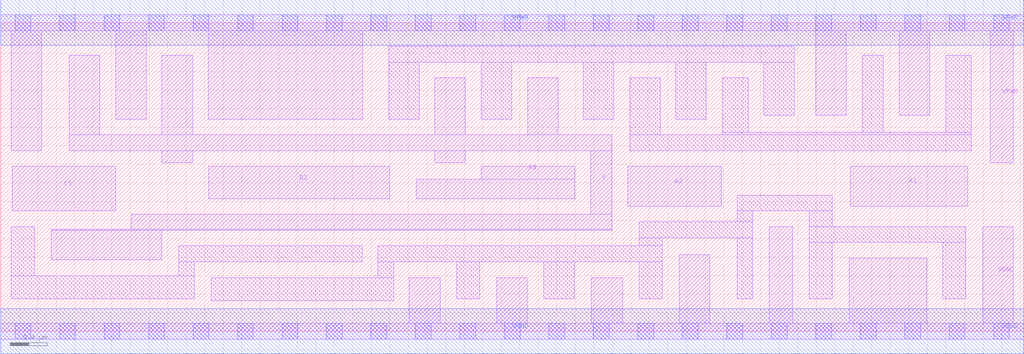
<source format=lef>
# Copyright 2020 The SkyWater PDK Authors
#
# Licensed under the Apache License, Version 2.0 (the "License");
# you may not use this file except in compliance with the License.
# You may obtain a copy of the License at
#
#     https://www.apache.org/licenses/LICENSE-2.0
#
# Unless required by applicable law or agreed to in writing, software
# distributed under the License is distributed on an "AS IS" BASIS,
# WITHOUT WARRANTIES OR CONDITIONS OF ANY KIND, either express or implied.
# See the License for the specific language governing permissions and
# limitations under the License.
#
# SPDX-License-Identifier: Apache-2.0

VERSION 5.7 ;
  NAMESCASESENSITIVE ON ;
  NOWIREEXTENSIONATPIN ON ;
  DIVIDERCHAR "/" ;
  BUSBITCHARS "[]" ;
UNITS
  DATABASE MICRONS 200 ;
END UNITS
MACRO sky130_fd_sc_ms__o311ai_4
  CLASS CORE ;
  SOURCE USER ;
  FOREIGN sky130_fd_sc_ms__o311ai_4 ;
  ORIGIN  0.000000  0.000000 ;
  SIZE  11.04000 BY  3.330000 ;
  SYMMETRY X Y ;
  SITE unit ;
  PIN A1
    ANTENNAGATEAREA  1.250400 ;
    DIRECTION INPUT ;
    USE SIGNAL ;
    PORT
      LAYER li1 ;
        RECT 9.165000 1.350000 10.435000 1.780000 ;
    END
  END A1
  PIN A2
    ANTENNAGATEAREA  1.250400 ;
    DIRECTION INPUT ;
    USE SIGNAL ;
    PORT
      LAYER li1 ;
        RECT 6.765000 1.350000 7.775000 1.780000 ;
    END
  END A2
  PIN A3
    ANTENNAGATEAREA  1.250400 ;
    DIRECTION INPUT ;
    USE SIGNAL ;
    PORT
      LAYER li1 ;
        RECT 4.485000 1.430000 6.195000 1.640000 ;
        RECT 5.185000 1.640000 6.195000 1.780000 ;
    END
  END A3
  PIN B1
    ANTENNAGATEAREA  0.847200 ;
    DIRECTION INPUT ;
    USE SIGNAL ;
    PORT
      LAYER li1 ;
        RECT 2.245000 1.430000 4.195000 1.780000 ;
    END
  END B1
  PIN C1
    ANTENNAGATEAREA  0.847200 ;
    DIRECTION INPUT ;
    USE SIGNAL ;
    PORT
      LAYER li1 ;
        RECT 0.125000 1.300000 1.240000 1.780000 ;
    END
  END C1
  PIN Y
    ANTENNADIFFAREA  2.137300 ;
    DIRECTION OUTPUT ;
    USE SIGNAL ;
    PORT
      LAYER li1 ;
        RECT 0.545000 0.770000 1.740000 1.090000 ;
        RECT 0.545000 1.090000 6.595000 1.100000 ;
        RECT 0.740000 1.950000 6.595000 2.120000 ;
        RECT 0.740000 2.120000 1.070000 2.980000 ;
        RECT 1.410000 1.100000 6.595000 1.260000 ;
        RECT 1.740000 1.820000 2.070000 1.950000 ;
        RECT 1.740000 2.120000 2.070000 2.980000 ;
        RECT 4.685000 1.820000 5.015000 1.950000 ;
        RECT 4.685000 2.120000 5.015000 2.735000 ;
        RECT 5.685000 2.120000 6.015000 2.735000 ;
        RECT 6.365000 1.260000 6.595000 1.950000 ;
    END
  END Y
  PIN VGND
    DIRECTION INOUT ;
    USE GROUND ;
    PORT
      LAYER li1 ;
        RECT  0.000000 -0.085000 11.040000 0.085000 ;
        RECT  4.410000  0.085000  4.740000 0.580000 ;
        RECT  5.350000  0.085000  5.680000 0.580000 ;
        RECT  6.370000  0.085000  6.710000 0.580000 ;
        RECT  7.320000  0.085000  7.650000 0.825000 ;
        RECT  8.295000  0.085000  8.545000 1.130000 ;
        RECT  9.155000  0.085000  9.995000 0.790000 ;
        RECT 10.595000  0.085000 10.925000 1.130000 ;
      LAYER mcon ;
        RECT  0.155000 -0.085000  0.325000 0.085000 ;
        RECT  0.635000 -0.085000  0.805000 0.085000 ;
        RECT  1.115000 -0.085000  1.285000 0.085000 ;
        RECT  1.595000 -0.085000  1.765000 0.085000 ;
        RECT  2.075000 -0.085000  2.245000 0.085000 ;
        RECT  2.555000 -0.085000  2.725000 0.085000 ;
        RECT  3.035000 -0.085000  3.205000 0.085000 ;
        RECT  3.515000 -0.085000  3.685000 0.085000 ;
        RECT  3.995000 -0.085000  4.165000 0.085000 ;
        RECT  4.475000 -0.085000  4.645000 0.085000 ;
        RECT  4.955000 -0.085000  5.125000 0.085000 ;
        RECT  5.435000 -0.085000  5.605000 0.085000 ;
        RECT  5.915000 -0.085000  6.085000 0.085000 ;
        RECT  6.395000 -0.085000  6.565000 0.085000 ;
        RECT  6.875000 -0.085000  7.045000 0.085000 ;
        RECT  7.355000 -0.085000  7.525000 0.085000 ;
        RECT  7.835000 -0.085000  8.005000 0.085000 ;
        RECT  8.315000 -0.085000  8.485000 0.085000 ;
        RECT  8.795000 -0.085000  8.965000 0.085000 ;
        RECT  9.275000 -0.085000  9.445000 0.085000 ;
        RECT  9.755000 -0.085000  9.925000 0.085000 ;
        RECT 10.235000 -0.085000 10.405000 0.085000 ;
        RECT 10.715000 -0.085000 10.885000 0.085000 ;
      LAYER met1 ;
        RECT 0.000000 -0.245000 11.040000 0.245000 ;
    END
  END VGND
  PIN VPWR
    DIRECTION INOUT ;
    USE POWER ;
    PORT
      LAYER li1 ;
        RECT  0.000000 3.245000 11.040000 3.415000 ;
        RECT  0.115000 1.950000  0.445000 3.245000 ;
        RECT  1.240000 2.290000  1.570000 3.245000 ;
        RECT  2.240000 2.290000  3.905000 3.245000 ;
        RECT  8.795000 2.330000  9.125000 3.245000 ;
        RECT  9.695000 2.330000 10.025000 3.245000 ;
        RECT 10.675000 1.820000 10.925000 3.245000 ;
      LAYER mcon ;
        RECT  0.155000 3.245000  0.325000 3.415000 ;
        RECT  0.635000 3.245000  0.805000 3.415000 ;
        RECT  1.115000 3.245000  1.285000 3.415000 ;
        RECT  1.595000 3.245000  1.765000 3.415000 ;
        RECT  2.075000 3.245000  2.245000 3.415000 ;
        RECT  2.555000 3.245000  2.725000 3.415000 ;
        RECT  3.035000 3.245000  3.205000 3.415000 ;
        RECT  3.515000 3.245000  3.685000 3.415000 ;
        RECT  3.995000 3.245000  4.165000 3.415000 ;
        RECT  4.475000 3.245000  4.645000 3.415000 ;
        RECT  4.955000 3.245000  5.125000 3.415000 ;
        RECT  5.435000 3.245000  5.605000 3.415000 ;
        RECT  5.915000 3.245000  6.085000 3.415000 ;
        RECT  6.395000 3.245000  6.565000 3.415000 ;
        RECT  6.875000 3.245000  7.045000 3.415000 ;
        RECT  7.355000 3.245000  7.525000 3.415000 ;
        RECT  7.835000 3.245000  8.005000 3.415000 ;
        RECT  8.315000 3.245000  8.485000 3.415000 ;
        RECT  8.795000 3.245000  8.965000 3.415000 ;
        RECT  9.275000 3.245000  9.445000 3.415000 ;
        RECT  9.755000 3.245000  9.925000 3.415000 ;
        RECT 10.235000 3.245000 10.405000 3.415000 ;
        RECT 10.715000 3.245000 10.885000 3.415000 ;
      LAYER met1 ;
        RECT 0.000000 3.085000 11.040000 3.575000 ;
    END
  END VPWR
  OBS
    LAYER li1 ;
      RECT  0.115000 0.350000  2.090000 0.600000 ;
      RECT  0.115000 0.600000  0.365000 1.130000 ;
      RECT  1.920000 0.600000  2.090000 0.750000 ;
      RECT  1.920000 0.750000  3.900000 0.920000 ;
      RECT  2.270000 0.330000  4.240000 0.580000 ;
      RECT  4.070000 0.580000  4.240000 0.750000 ;
      RECT  4.070000 0.750000  7.140000 0.920000 ;
      RECT  4.185000 2.290000  4.515000 2.905000 ;
      RECT  4.185000 2.905000  8.565000 3.075000 ;
      RECT  4.920000 0.350000  5.170000 0.750000 ;
      RECT  5.185000 2.290000  5.515000 2.905000 ;
      RECT  5.860000 0.350000  6.190000 0.750000 ;
      RECT  6.285000 2.290000  6.615000 2.905000 ;
      RECT  6.785000 1.950000 10.475000 2.120000 ;
      RECT  6.785000 2.120000  7.115000 2.735000 ;
      RECT  6.890000 0.350000  7.140000 0.750000 ;
      RECT  6.890000 0.920000  7.140000 1.010000 ;
      RECT  6.890000 1.010000  8.115000 1.180000 ;
      RECT  7.285000 2.290000  7.615000 2.905000 ;
      RECT  7.785000 2.120000 10.475000 2.150000 ;
      RECT  7.785000 2.150000  8.065000 2.735000 ;
      RECT  7.945000 0.350000  8.115000 1.010000 ;
      RECT  7.945000 1.180000  8.115000 1.300000 ;
      RECT  7.945000 1.300000  8.975000 1.470000 ;
      RECT  8.235000 2.330000  8.565000 2.905000 ;
      RECT  8.725000 0.350000  8.975000 0.960000 ;
      RECT  8.725000 0.960000 10.415000 1.130000 ;
      RECT  8.725000 1.130000  8.975000 1.300000 ;
      RECT  9.295000 2.150000  9.525000 2.980000 ;
      RECT 10.165000 0.350000 10.415000 0.960000 ;
      RECT 10.195000 2.150000 10.475000 2.980000 ;
  END
END sky130_fd_sc_ms__o311ai_4

</source>
